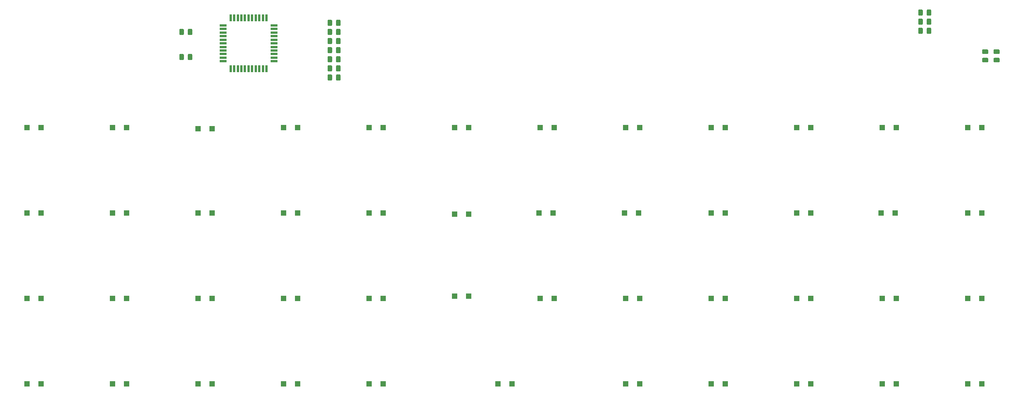
<source format=gbr>
G04 #@! TF.GenerationSoftware,KiCad,Pcbnew,(5.1.0)-1*
G04 #@! TF.CreationDate,2020-09-20T16:15:50-04:00*
G04 #@! TF.ProjectId,keyboard,6b657962-6f61-4726-942e-6b696361645f,rev?*
G04 #@! TF.SameCoordinates,Original*
G04 #@! TF.FileFunction,Paste,Bot*
G04 #@! TF.FilePolarity,Positive*
%FSLAX46Y46*%
G04 Gerber Fmt 4.6, Leading zero omitted, Abs format (unit mm)*
G04 Created by KiCad (PCBNEW (5.1.0)-1) date 2020-09-20 16:15:50*
%MOMM*%
%LPD*%
G04 APERTURE LIST*
%ADD10R,0.550000X1.500000*%
%ADD11R,1.500000X0.550000*%
%ADD12C,0.020000*%
%ADD13C,0.975000*%
%ADD14R,1.200000X1.200000*%
G04 APERTURE END LIST*
D10*
X81470000Y-48880000D03*
X80670000Y-48880000D03*
X79870000Y-48880000D03*
X79070000Y-48880000D03*
X78270000Y-48880000D03*
X77470000Y-48880000D03*
X76670000Y-48880000D03*
X75870000Y-48880000D03*
X75070000Y-48880000D03*
X74270000Y-48880000D03*
X73470000Y-48880000D03*
D11*
X71770000Y-47180000D03*
X71770000Y-46380000D03*
X71770000Y-45580000D03*
X71770000Y-44780000D03*
X71770000Y-43980000D03*
X71770000Y-43180000D03*
X71770000Y-42380000D03*
X71770000Y-41580000D03*
X71770000Y-40780000D03*
X71770000Y-39980000D03*
X71770000Y-39180000D03*
D10*
X73470000Y-37480000D03*
X74270000Y-37480000D03*
X75070000Y-37480000D03*
X75870000Y-37480000D03*
X76670000Y-37480000D03*
X77470000Y-37480000D03*
X78270000Y-37480000D03*
X79070000Y-37480000D03*
X79870000Y-37480000D03*
X80670000Y-37480000D03*
X81470000Y-37480000D03*
D11*
X83170000Y-39180000D03*
X83170000Y-39980000D03*
X83170000Y-40780000D03*
X83170000Y-41580000D03*
X83170000Y-42380000D03*
X83170000Y-43180000D03*
X83170000Y-43980000D03*
X83170000Y-44780000D03*
X83170000Y-45580000D03*
X83170000Y-46380000D03*
X83170000Y-47180000D03*
D12*
G36*
X97725142Y-39941174D02*
G01*
X97748803Y-39944684D01*
X97772007Y-39950496D01*
X97794529Y-39958554D01*
X97816153Y-39968782D01*
X97836670Y-39981079D01*
X97855883Y-39995329D01*
X97873607Y-40011393D01*
X97889671Y-40029117D01*
X97903921Y-40048330D01*
X97916218Y-40068847D01*
X97926446Y-40090471D01*
X97934504Y-40112993D01*
X97940316Y-40136197D01*
X97943826Y-40159858D01*
X97945000Y-40183750D01*
X97945000Y-41096250D01*
X97943826Y-41120142D01*
X97940316Y-41143803D01*
X97934504Y-41167007D01*
X97926446Y-41189529D01*
X97916218Y-41211153D01*
X97903921Y-41231670D01*
X97889671Y-41250883D01*
X97873607Y-41268607D01*
X97855883Y-41284671D01*
X97836670Y-41298921D01*
X97816153Y-41311218D01*
X97794529Y-41321446D01*
X97772007Y-41329504D01*
X97748803Y-41335316D01*
X97725142Y-41338826D01*
X97701250Y-41340000D01*
X97213750Y-41340000D01*
X97189858Y-41338826D01*
X97166197Y-41335316D01*
X97142993Y-41329504D01*
X97120471Y-41321446D01*
X97098847Y-41311218D01*
X97078330Y-41298921D01*
X97059117Y-41284671D01*
X97041393Y-41268607D01*
X97025329Y-41250883D01*
X97011079Y-41231670D01*
X96998782Y-41211153D01*
X96988554Y-41189529D01*
X96980496Y-41167007D01*
X96974684Y-41143803D01*
X96971174Y-41120142D01*
X96970000Y-41096250D01*
X96970000Y-40183750D01*
X96971174Y-40159858D01*
X96974684Y-40136197D01*
X96980496Y-40112993D01*
X96988554Y-40090471D01*
X96998782Y-40068847D01*
X97011079Y-40048330D01*
X97025329Y-40029117D01*
X97041393Y-40011393D01*
X97059117Y-39995329D01*
X97078330Y-39981079D01*
X97098847Y-39968782D01*
X97120471Y-39958554D01*
X97142993Y-39950496D01*
X97166197Y-39944684D01*
X97189858Y-39941174D01*
X97213750Y-39940000D01*
X97701250Y-39940000D01*
X97725142Y-39941174D01*
X97725142Y-39941174D01*
G37*
D13*
X97457500Y-40640000D03*
D12*
G36*
X95850142Y-39941174D02*
G01*
X95873803Y-39944684D01*
X95897007Y-39950496D01*
X95919529Y-39958554D01*
X95941153Y-39968782D01*
X95961670Y-39981079D01*
X95980883Y-39995329D01*
X95998607Y-40011393D01*
X96014671Y-40029117D01*
X96028921Y-40048330D01*
X96041218Y-40068847D01*
X96051446Y-40090471D01*
X96059504Y-40112993D01*
X96065316Y-40136197D01*
X96068826Y-40159858D01*
X96070000Y-40183750D01*
X96070000Y-41096250D01*
X96068826Y-41120142D01*
X96065316Y-41143803D01*
X96059504Y-41167007D01*
X96051446Y-41189529D01*
X96041218Y-41211153D01*
X96028921Y-41231670D01*
X96014671Y-41250883D01*
X95998607Y-41268607D01*
X95980883Y-41284671D01*
X95961670Y-41298921D01*
X95941153Y-41311218D01*
X95919529Y-41321446D01*
X95897007Y-41329504D01*
X95873803Y-41335316D01*
X95850142Y-41338826D01*
X95826250Y-41340000D01*
X95338750Y-41340000D01*
X95314858Y-41338826D01*
X95291197Y-41335316D01*
X95267993Y-41329504D01*
X95245471Y-41321446D01*
X95223847Y-41311218D01*
X95203330Y-41298921D01*
X95184117Y-41284671D01*
X95166393Y-41268607D01*
X95150329Y-41250883D01*
X95136079Y-41231670D01*
X95123782Y-41211153D01*
X95113554Y-41189529D01*
X95105496Y-41167007D01*
X95099684Y-41143803D01*
X95096174Y-41120142D01*
X95095000Y-41096250D01*
X95095000Y-40183750D01*
X95096174Y-40159858D01*
X95099684Y-40136197D01*
X95105496Y-40112993D01*
X95113554Y-40090471D01*
X95123782Y-40068847D01*
X95136079Y-40048330D01*
X95150329Y-40029117D01*
X95166393Y-40011393D01*
X95184117Y-39995329D01*
X95203330Y-39981079D01*
X95223847Y-39968782D01*
X95245471Y-39958554D01*
X95267993Y-39950496D01*
X95291197Y-39944684D01*
X95314858Y-39941174D01*
X95338750Y-39940000D01*
X95826250Y-39940000D01*
X95850142Y-39941174D01*
X95850142Y-39941174D01*
G37*
D13*
X95582500Y-40640000D03*
D12*
G36*
X62830142Y-39941174D02*
G01*
X62853803Y-39944684D01*
X62877007Y-39950496D01*
X62899529Y-39958554D01*
X62921153Y-39968782D01*
X62941670Y-39981079D01*
X62960883Y-39995329D01*
X62978607Y-40011393D01*
X62994671Y-40029117D01*
X63008921Y-40048330D01*
X63021218Y-40068847D01*
X63031446Y-40090471D01*
X63039504Y-40112993D01*
X63045316Y-40136197D01*
X63048826Y-40159858D01*
X63050000Y-40183750D01*
X63050000Y-41096250D01*
X63048826Y-41120142D01*
X63045316Y-41143803D01*
X63039504Y-41167007D01*
X63031446Y-41189529D01*
X63021218Y-41211153D01*
X63008921Y-41231670D01*
X62994671Y-41250883D01*
X62978607Y-41268607D01*
X62960883Y-41284671D01*
X62941670Y-41298921D01*
X62921153Y-41311218D01*
X62899529Y-41321446D01*
X62877007Y-41329504D01*
X62853803Y-41335316D01*
X62830142Y-41338826D01*
X62806250Y-41340000D01*
X62318750Y-41340000D01*
X62294858Y-41338826D01*
X62271197Y-41335316D01*
X62247993Y-41329504D01*
X62225471Y-41321446D01*
X62203847Y-41311218D01*
X62183330Y-41298921D01*
X62164117Y-41284671D01*
X62146393Y-41268607D01*
X62130329Y-41250883D01*
X62116079Y-41231670D01*
X62103782Y-41211153D01*
X62093554Y-41189529D01*
X62085496Y-41167007D01*
X62079684Y-41143803D01*
X62076174Y-41120142D01*
X62075000Y-41096250D01*
X62075000Y-40183750D01*
X62076174Y-40159858D01*
X62079684Y-40136197D01*
X62085496Y-40112993D01*
X62093554Y-40090471D01*
X62103782Y-40068847D01*
X62116079Y-40048330D01*
X62130329Y-40029117D01*
X62146393Y-40011393D01*
X62164117Y-39995329D01*
X62183330Y-39981079D01*
X62203847Y-39968782D01*
X62225471Y-39958554D01*
X62247993Y-39950496D01*
X62271197Y-39944684D01*
X62294858Y-39941174D01*
X62318750Y-39940000D01*
X62806250Y-39940000D01*
X62830142Y-39941174D01*
X62830142Y-39941174D01*
G37*
D13*
X62562500Y-40640000D03*
D12*
G36*
X64705142Y-39941174D02*
G01*
X64728803Y-39944684D01*
X64752007Y-39950496D01*
X64774529Y-39958554D01*
X64796153Y-39968782D01*
X64816670Y-39981079D01*
X64835883Y-39995329D01*
X64853607Y-40011393D01*
X64869671Y-40029117D01*
X64883921Y-40048330D01*
X64896218Y-40068847D01*
X64906446Y-40090471D01*
X64914504Y-40112993D01*
X64920316Y-40136197D01*
X64923826Y-40159858D01*
X64925000Y-40183750D01*
X64925000Y-41096250D01*
X64923826Y-41120142D01*
X64920316Y-41143803D01*
X64914504Y-41167007D01*
X64906446Y-41189529D01*
X64896218Y-41211153D01*
X64883921Y-41231670D01*
X64869671Y-41250883D01*
X64853607Y-41268607D01*
X64835883Y-41284671D01*
X64816670Y-41298921D01*
X64796153Y-41311218D01*
X64774529Y-41321446D01*
X64752007Y-41329504D01*
X64728803Y-41335316D01*
X64705142Y-41338826D01*
X64681250Y-41340000D01*
X64193750Y-41340000D01*
X64169858Y-41338826D01*
X64146197Y-41335316D01*
X64122993Y-41329504D01*
X64100471Y-41321446D01*
X64078847Y-41311218D01*
X64058330Y-41298921D01*
X64039117Y-41284671D01*
X64021393Y-41268607D01*
X64005329Y-41250883D01*
X63991079Y-41231670D01*
X63978782Y-41211153D01*
X63968554Y-41189529D01*
X63960496Y-41167007D01*
X63954684Y-41143803D01*
X63951174Y-41120142D01*
X63950000Y-41096250D01*
X63950000Y-40183750D01*
X63951174Y-40159858D01*
X63954684Y-40136197D01*
X63960496Y-40112993D01*
X63968554Y-40090471D01*
X63978782Y-40068847D01*
X63991079Y-40048330D01*
X64005329Y-40029117D01*
X64021393Y-40011393D01*
X64039117Y-39995329D01*
X64058330Y-39981079D01*
X64078847Y-39968782D01*
X64100471Y-39958554D01*
X64122993Y-39950496D01*
X64146197Y-39944684D01*
X64169858Y-39941174D01*
X64193750Y-39940000D01*
X64681250Y-39940000D01*
X64705142Y-39941174D01*
X64705142Y-39941174D01*
G37*
D13*
X64437500Y-40640000D03*
D12*
G36*
X64705142Y-45529174D02*
G01*
X64728803Y-45532684D01*
X64752007Y-45538496D01*
X64774529Y-45546554D01*
X64796153Y-45556782D01*
X64816670Y-45569079D01*
X64835883Y-45583329D01*
X64853607Y-45599393D01*
X64869671Y-45617117D01*
X64883921Y-45636330D01*
X64896218Y-45656847D01*
X64906446Y-45678471D01*
X64914504Y-45700993D01*
X64920316Y-45724197D01*
X64923826Y-45747858D01*
X64925000Y-45771750D01*
X64925000Y-46684250D01*
X64923826Y-46708142D01*
X64920316Y-46731803D01*
X64914504Y-46755007D01*
X64906446Y-46777529D01*
X64896218Y-46799153D01*
X64883921Y-46819670D01*
X64869671Y-46838883D01*
X64853607Y-46856607D01*
X64835883Y-46872671D01*
X64816670Y-46886921D01*
X64796153Y-46899218D01*
X64774529Y-46909446D01*
X64752007Y-46917504D01*
X64728803Y-46923316D01*
X64705142Y-46926826D01*
X64681250Y-46928000D01*
X64193750Y-46928000D01*
X64169858Y-46926826D01*
X64146197Y-46923316D01*
X64122993Y-46917504D01*
X64100471Y-46909446D01*
X64078847Y-46899218D01*
X64058330Y-46886921D01*
X64039117Y-46872671D01*
X64021393Y-46856607D01*
X64005329Y-46838883D01*
X63991079Y-46819670D01*
X63978782Y-46799153D01*
X63968554Y-46777529D01*
X63960496Y-46755007D01*
X63954684Y-46731803D01*
X63951174Y-46708142D01*
X63950000Y-46684250D01*
X63950000Y-45771750D01*
X63951174Y-45747858D01*
X63954684Y-45724197D01*
X63960496Y-45700993D01*
X63968554Y-45678471D01*
X63978782Y-45656847D01*
X63991079Y-45636330D01*
X64005329Y-45617117D01*
X64021393Y-45599393D01*
X64039117Y-45583329D01*
X64058330Y-45569079D01*
X64078847Y-45556782D01*
X64100471Y-45546554D01*
X64122993Y-45538496D01*
X64146197Y-45532684D01*
X64169858Y-45529174D01*
X64193750Y-45528000D01*
X64681250Y-45528000D01*
X64705142Y-45529174D01*
X64705142Y-45529174D01*
G37*
D13*
X64437500Y-46228000D03*
D12*
G36*
X62830142Y-45529174D02*
G01*
X62853803Y-45532684D01*
X62877007Y-45538496D01*
X62899529Y-45546554D01*
X62921153Y-45556782D01*
X62941670Y-45569079D01*
X62960883Y-45583329D01*
X62978607Y-45599393D01*
X62994671Y-45617117D01*
X63008921Y-45636330D01*
X63021218Y-45656847D01*
X63031446Y-45678471D01*
X63039504Y-45700993D01*
X63045316Y-45724197D01*
X63048826Y-45747858D01*
X63050000Y-45771750D01*
X63050000Y-46684250D01*
X63048826Y-46708142D01*
X63045316Y-46731803D01*
X63039504Y-46755007D01*
X63031446Y-46777529D01*
X63021218Y-46799153D01*
X63008921Y-46819670D01*
X62994671Y-46838883D01*
X62978607Y-46856607D01*
X62960883Y-46872671D01*
X62941670Y-46886921D01*
X62921153Y-46899218D01*
X62899529Y-46909446D01*
X62877007Y-46917504D01*
X62853803Y-46923316D01*
X62830142Y-46926826D01*
X62806250Y-46928000D01*
X62318750Y-46928000D01*
X62294858Y-46926826D01*
X62271197Y-46923316D01*
X62247993Y-46917504D01*
X62225471Y-46909446D01*
X62203847Y-46899218D01*
X62183330Y-46886921D01*
X62164117Y-46872671D01*
X62146393Y-46856607D01*
X62130329Y-46838883D01*
X62116079Y-46819670D01*
X62103782Y-46799153D01*
X62093554Y-46777529D01*
X62085496Y-46755007D01*
X62079684Y-46731803D01*
X62076174Y-46708142D01*
X62075000Y-46684250D01*
X62075000Y-45771750D01*
X62076174Y-45747858D01*
X62079684Y-45724197D01*
X62085496Y-45700993D01*
X62093554Y-45678471D01*
X62103782Y-45656847D01*
X62116079Y-45636330D01*
X62130329Y-45617117D01*
X62146393Y-45599393D01*
X62164117Y-45583329D01*
X62183330Y-45569079D01*
X62203847Y-45556782D01*
X62225471Y-45546554D01*
X62247993Y-45538496D01*
X62271197Y-45532684D01*
X62294858Y-45529174D01*
X62318750Y-45528000D01*
X62806250Y-45528000D01*
X62830142Y-45529174D01*
X62830142Y-45529174D01*
G37*
D13*
X62562500Y-46228000D03*
D12*
G36*
X95850142Y-41973174D02*
G01*
X95873803Y-41976684D01*
X95897007Y-41982496D01*
X95919529Y-41990554D01*
X95941153Y-42000782D01*
X95961670Y-42013079D01*
X95980883Y-42027329D01*
X95998607Y-42043393D01*
X96014671Y-42061117D01*
X96028921Y-42080330D01*
X96041218Y-42100847D01*
X96051446Y-42122471D01*
X96059504Y-42144993D01*
X96065316Y-42168197D01*
X96068826Y-42191858D01*
X96070000Y-42215750D01*
X96070000Y-43128250D01*
X96068826Y-43152142D01*
X96065316Y-43175803D01*
X96059504Y-43199007D01*
X96051446Y-43221529D01*
X96041218Y-43243153D01*
X96028921Y-43263670D01*
X96014671Y-43282883D01*
X95998607Y-43300607D01*
X95980883Y-43316671D01*
X95961670Y-43330921D01*
X95941153Y-43343218D01*
X95919529Y-43353446D01*
X95897007Y-43361504D01*
X95873803Y-43367316D01*
X95850142Y-43370826D01*
X95826250Y-43372000D01*
X95338750Y-43372000D01*
X95314858Y-43370826D01*
X95291197Y-43367316D01*
X95267993Y-43361504D01*
X95245471Y-43353446D01*
X95223847Y-43343218D01*
X95203330Y-43330921D01*
X95184117Y-43316671D01*
X95166393Y-43300607D01*
X95150329Y-43282883D01*
X95136079Y-43263670D01*
X95123782Y-43243153D01*
X95113554Y-43221529D01*
X95105496Y-43199007D01*
X95099684Y-43175803D01*
X95096174Y-43152142D01*
X95095000Y-43128250D01*
X95095000Y-42215750D01*
X95096174Y-42191858D01*
X95099684Y-42168197D01*
X95105496Y-42144993D01*
X95113554Y-42122471D01*
X95123782Y-42100847D01*
X95136079Y-42080330D01*
X95150329Y-42061117D01*
X95166393Y-42043393D01*
X95184117Y-42027329D01*
X95203330Y-42013079D01*
X95223847Y-42000782D01*
X95245471Y-41990554D01*
X95267993Y-41982496D01*
X95291197Y-41976684D01*
X95314858Y-41973174D01*
X95338750Y-41972000D01*
X95826250Y-41972000D01*
X95850142Y-41973174D01*
X95850142Y-41973174D01*
G37*
D13*
X95582500Y-42672000D03*
D12*
G36*
X97725142Y-41973174D02*
G01*
X97748803Y-41976684D01*
X97772007Y-41982496D01*
X97794529Y-41990554D01*
X97816153Y-42000782D01*
X97836670Y-42013079D01*
X97855883Y-42027329D01*
X97873607Y-42043393D01*
X97889671Y-42061117D01*
X97903921Y-42080330D01*
X97916218Y-42100847D01*
X97926446Y-42122471D01*
X97934504Y-42144993D01*
X97940316Y-42168197D01*
X97943826Y-42191858D01*
X97945000Y-42215750D01*
X97945000Y-43128250D01*
X97943826Y-43152142D01*
X97940316Y-43175803D01*
X97934504Y-43199007D01*
X97926446Y-43221529D01*
X97916218Y-43243153D01*
X97903921Y-43263670D01*
X97889671Y-43282883D01*
X97873607Y-43300607D01*
X97855883Y-43316671D01*
X97836670Y-43330921D01*
X97816153Y-43343218D01*
X97794529Y-43353446D01*
X97772007Y-43361504D01*
X97748803Y-43367316D01*
X97725142Y-43370826D01*
X97701250Y-43372000D01*
X97213750Y-43372000D01*
X97189858Y-43370826D01*
X97166197Y-43367316D01*
X97142993Y-43361504D01*
X97120471Y-43353446D01*
X97098847Y-43343218D01*
X97078330Y-43330921D01*
X97059117Y-43316671D01*
X97041393Y-43300607D01*
X97025329Y-43282883D01*
X97011079Y-43263670D01*
X96998782Y-43243153D01*
X96988554Y-43221529D01*
X96980496Y-43199007D01*
X96974684Y-43175803D01*
X96971174Y-43152142D01*
X96970000Y-43128250D01*
X96970000Y-42215750D01*
X96971174Y-42191858D01*
X96974684Y-42168197D01*
X96980496Y-42144993D01*
X96988554Y-42122471D01*
X96998782Y-42100847D01*
X97011079Y-42080330D01*
X97025329Y-42061117D01*
X97041393Y-42043393D01*
X97059117Y-42027329D01*
X97078330Y-42013079D01*
X97098847Y-42000782D01*
X97120471Y-41990554D01*
X97142993Y-41982496D01*
X97166197Y-41976684D01*
X97189858Y-41973174D01*
X97213750Y-41972000D01*
X97701250Y-41972000D01*
X97725142Y-41973174D01*
X97725142Y-41973174D01*
G37*
D13*
X97457500Y-42672000D03*
D12*
G36*
X97725142Y-44005174D02*
G01*
X97748803Y-44008684D01*
X97772007Y-44014496D01*
X97794529Y-44022554D01*
X97816153Y-44032782D01*
X97836670Y-44045079D01*
X97855883Y-44059329D01*
X97873607Y-44075393D01*
X97889671Y-44093117D01*
X97903921Y-44112330D01*
X97916218Y-44132847D01*
X97926446Y-44154471D01*
X97934504Y-44176993D01*
X97940316Y-44200197D01*
X97943826Y-44223858D01*
X97945000Y-44247750D01*
X97945000Y-45160250D01*
X97943826Y-45184142D01*
X97940316Y-45207803D01*
X97934504Y-45231007D01*
X97926446Y-45253529D01*
X97916218Y-45275153D01*
X97903921Y-45295670D01*
X97889671Y-45314883D01*
X97873607Y-45332607D01*
X97855883Y-45348671D01*
X97836670Y-45362921D01*
X97816153Y-45375218D01*
X97794529Y-45385446D01*
X97772007Y-45393504D01*
X97748803Y-45399316D01*
X97725142Y-45402826D01*
X97701250Y-45404000D01*
X97213750Y-45404000D01*
X97189858Y-45402826D01*
X97166197Y-45399316D01*
X97142993Y-45393504D01*
X97120471Y-45385446D01*
X97098847Y-45375218D01*
X97078330Y-45362921D01*
X97059117Y-45348671D01*
X97041393Y-45332607D01*
X97025329Y-45314883D01*
X97011079Y-45295670D01*
X96998782Y-45275153D01*
X96988554Y-45253529D01*
X96980496Y-45231007D01*
X96974684Y-45207803D01*
X96971174Y-45184142D01*
X96970000Y-45160250D01*
X96970000Y-44247750D01*
X96971174Y-44223858D01*
X96974684Y-44200197D01*
X96980496Y-44176993D01*
X96988554Y-44154471D01*
X96998782Y-44132847D01*
X97011079Y-44112330D01*
X97025329Y-44093117D01*
X97041393Y-44075393D01*
X97059117Y-44059329D01*
X97078330Y-44045079D01*
X97098847Y-44032782D01*
X97120471Y-44022554D01*
X97142993Y-44014496D01*
X97166197Y-44008684D01*
X97189858Y-44005174D01*
X97213750Y-44004000D01*
X97701250Y-44004000D01*
X97725142Y-44005174D01*
X97725142Y-44005174D01*
G37*
D13*
X97457500Y-44704000D03*
D12*
G36*
X95850142Y-44005174D02*
G01*
X95873803Y-44008684D01*
X95897007Y-44014496D01*
X95919529Y-44022554D01*
X95941153Y-44032782D01*
X95961670Y-44045079D01*
X95980883Y-44059329D01*
X95998607Y-44075393D01*
X96014671Y-44093117D01*
X96028921Y-44112330D01*
X96041218Y-44132847D01*
X96051446Y-44154471D01*
X96059504Y-44176993D01*
X96065316Y-44200197D01*
X96068826Y-44223858D01*
X96070000Y-44247750D01*
X96070000Y-45160250D01*
X96068826Y-45184142D01*
X96065316Y-45207803D01*
X96059504Y-45231007D01*
X96051446Y-45253529D01*
X96041218Y-45275153D01*
X96028921Y-45295670D01*
X96014671Y-45314883D01*
X95998607Y-45332607D01*
X95980883Y-45348671D01*
X95961670Y-45362921D01*
X95941153Y-45375218D01*
X95919529Y-45385446D01*
X95897007Y-45393504D01*
X95873803Y-45399316D01*
X95850142Y-45402826D01*
X95826250Y-45404000D01*
X95338750Y-45404000D01*
X95314858Y-45402826D01*
X95291197Y-45399316D01*
X95267993Y-45393504D01*
X95245471Y-45385446D01*
X95223847Y-45375218D01*
X95203330Y-45362921D01*
X95184117Y-45348671D01*
X95166393Y-45332607D01*
X95150329Y-45314883D01*
X95136079Y-45295670D01*
X95123782Y-45275153D01*
X95113554Y-45253529D01*
X95105496Y-45231007D01*
X95099684Y-45207803D01*
X95096174Y-45184142D01*
X95095000Y-45160250D01*
X95095000Y-44247750D01*
X95096174Y-44223858D01*
X95099684Y-44200197D01*
X95105496Y-44176993D01*
X95113554Y-44154471D01*
X95123782Y-44132847D01*
X95136079Y-44112330D01*
X95150329Y-44093117D01*
X95166393Y-44075393D01*
X95184117Y-44059329D01*
X95203330Y-44045079D01*
X95223847Y-44032782D01*
X95245471Y-44022554D01*
X95267993Y-44014496D01*
X95291197Y-44008684D01*
X95314858Y-44005174D01*
X95338750Y-44004000D01*
X95826250Y-44004000D01*
X95850142Y-44005174D01*
X95850142Y-44005174D01*
G37*
D13*
X95582500Y-44704000D03*
D12*
G36*
X95850142Y-46037174D02*
G01*
X95873803Y-46040684D01*
X95897007Y-46046496D01*
X95919529Y-46054554D01*
X95941153Y-46064782D01*
X95961670Y-46077079D01*
X95980883Y-46091329D01*
X95998607Y-46107393D01*
X96014671Y-46125117D01*
X96028921Y-46144330D01*
X96041218Y-46164847D01*
X96051446Y-46186471D01*
X96059504Y-46208993D01*
X96065316Y-46232197D01*
X96068826Y-46255858D01*
X96070000Y-46279750D01*
X96070000Y-47192250D01*
X96068826Y-47216142D01*
X96065316Y-47239803D01*
X96059504Y-47263007D01*
X96051446Y-47285529D01*
X96041218Y-47307153D01*
X96028921Y-47327670D01*
X96014671Y-47346883D01*
X95998607Y-47364607D01*
X95980883Y-47380671D01*
X95961670Y-47394921D01*
X95941153Y-47407218D01*
X95919529Y-47417446D01*
X95897007Y-47425504D01*
X95873803Y-47431316D01*
X95850142Y-47434826D01*
X95826250Y-47436000D01*
X95338750Y-47436000D01*
X95314858Y-47434826D01*
X95291197Y-47431316D01*
X95267993Y-47425504D01*
X95245471Y-47417446D01*
X95223847Y-47407218D01*
X95203330Y-47394921D01*
X95184117Y-47380671D01*
X95166393Y-47364607D01*
X95150329Y-47346883D01*
X95136079Y-47327670D01*
X95123782Y-47307153D01*
X95113554Y-47285529D01*
X95105496Y-47263007D01*
X95099684Y-47239803D01*
X95096174Y-47216142D01*
X95095000Y-47192250D01*
X95095000Y-46279750D01*
X95096174Y-46255858D01*
X95099684Y-46232197D01*
X95105496Y-46208993D01*
X95113554Y-46186471D01*
X95123782Y-46164847D01*
X95136079Y-46144330D01*
X95150329Y-46125117D01*
X95166393Y-46107393D01*
X95184117Y-46091329D01*
X95203330Y-46077079D01*
X95223847Y-46064782D01*
X95245471Y-46054554D01*
X95267993Y-46046496D01*
X95291197Y-46040684D01*
X95314858Y-46037174D01*
X95338750Y-46036000D01*
X95826250Y-46036000D01*
X95850142Y-46037174D01*
X95850142Y-46037174D01*
G37*
D13*
X95582500Y-46736000D03*
D12*
G36*
X97725142Y-46037174D02*
G01*
X97748803Y-46040684D01*
X97772007Y-46046496D01*
X97794529Y-46054554D01*
X97816153Y-46064782D01*
X97836670Y-46077079D01*
X97855883Y-46091329D01*
X97873607Y-46107393D01*
X97889671Y-46125117D01*
X97903921Y-46144330D01*
X97916218Y-46164847D01*
X97926446Y-46186471D01*
X97934504Y-46208993D01*
X97940316Y-46232197D01*
X97943826Y-46255858D01*
X97945000Y-46279750D01*
X97945000Y-47192250D01*
X97943826Y-47216142D01*
X97940316Y-47239803D01*
X97934504Y-47263007D01*
X97926446Y-47285529D01*
X97916218Y-47307153D01*
X97903921Y-47327670D01*
X97889671Y-47346883D01*
X97873607Y-47364607D01*
X97855883Y-47380671D01*
X97836670Y-47394921D01*
X97816153Y-47407218D01*
X97794529Y-47417446D01*
X97772007Y-47425504D01*
X97748803Y-47431316D01*
X97725142Y-47434826D01*
X97701250Y-47436000D01*
X97213750Y-47436000D01*
X97189858Y-47434826D01*
X97166197Y-47431316D01*
X97142993Y-47425504D01*
X97120471Y-47417446D01*
X97098847Y-47407218D01*
X97078330Y-47394921D01*
X97059117Y-47380671D01*
X97041393Y-47364607D01*
X97025329Y-47346883D01*
X97011079Y-47327670D01*
X96998782Y-47307153D01*
X96988554Y-47285529D01*
X96980496Y-47263007D01*
X96974684Y-47239803D01*
X96971174Y-47216142D01*
X96970000Y-47192250D01*
X96970000Y-46279750D01*
X96971174Y-46255858D01*
X96974684Y-46232197D01*
X96980496Y-46208993D01*
X96988554Y-46186471D01*
X96998782Y-46164847D01*
X97011079Y-46144330D01*
X97025329Y-46125117D01*
X97041393Y-46107393D01*
X97059117Y-46091329D01*
X97078330Y-46077079D01*
X97098847Y-46064782D01*
X97120471Y-46054554D01*
X97142993Y-46046496D01*
X97166197Y-46040684D01*
X97189858Y-46037174D01*
X97213750Y-46036000D01*
X97701250Y-46036000D01*
X97725142Y-46037174D01*
X97725142Y-46037174D01*
G37*
D13*
X97457500Y-46736000D03*
D12*
G36*
X97725142Y-48069174D02*
G01*
X97748803Y-48072684D01*
X97772007Y-48078496D01*
X97794529Y-48086554D01*
X97816153Y-48096782D01*
X97836670Y-48109079D01*
X97855883Y-48123329D01*
X97873607Y-48139393D01*
X97889671Y-48157117D01*
X97903921Y-48176330D01*
X97916218Y-48196847D01*
X97926446Y-48218471D01*
X97934504Y-48240993D01*
X97940316Y-48264197D01*
X97943826Y-48287858D01*
X97945000Y-48311750D01*
X97945000Y-49224250D01*
X97943826Y-49248142D01*
X97940316Y-49271803D01*
X97934504Y-49295007D01*
X97926446Y-49317529D01*
X97916218Y-49339153D01*
X97903921Y-49359670D01*
X97889671Y-49378883D01*
X97873607Y-49396607D01*
X97855883Y-49412671D01*
X97836670Y-49426921D01*
X97816153Y-49439218D01*
X97794529Y-49449446D01*
X97772007Y-49457504D01*
X97748803Y-49463316D01*
X97725142Y-49466826D01*
X97701250Y-49468000D01*
X97213750Y-49468000D01*
X97189858Y-49466826D01*
X97166197Y-49463316D01*
X97142993Y-49457504D01*
X97120471Y-49449446D01*
X97098847Y-49439218D01*
X97078330Y-49426921D01*
X97059117Y-49412671D01*
X97041393Y-49396607D01*
X97025329Y-49378883D01*
X97011079Y-49359670D01*
X96998782Y-49339153D01*
X96988554Y-49317529D01*
X96980496Y-49295007D01*
X96974684Y-49271803D01*
X96971174Y-49248142D01*
X96970000Y-49224250D01*
X96970000Y-48311750D01*
X96971174Y-48287858D01*
X96974684Y-48264197D01*
X96980496Y-48240993D01*
X96988554Y-48218471D01*
X96998782Y-48196847D01*
X97011079Y-48176330D01*
X97025329Y-48157117D01*
X97041393Y-48139393D01*
X97059117Y-48123329D01*
X97078330Y-48109079D01*
X97098847Y-48096782D01*
X97120471Y-48086554D01*
X97142993Y-48078496D01*
X97166197Y-48072684D01*
X97189858Y-48069174D01*
X97213750Y-48068000D01*
X97701250Y-48068000D01*
X97725142Y-48069174D01*
X97725142Y-48069174D01*
G37*
D13*
X97457500Y-48768000D03*
D12*
G36*
X95850142Y-48069174D02*
G01*
X95873803Y-48072684D01*
X95897007Y-48078496D01*
X95919529Y-48086554D01*
X95941153Y-48096782D01*
X95961670Y-48109079D01*
X95980883Y-48123329D01*
X95998607Y-48139393D01*
X96014671Y-48157117D01*
X96028921Y-48176330D01*
X96041218Y-48196847D01*
X96051446Y-48218471D01*
X96059504Y-48240993D01*
X96065316Y-48264197D01*
X96068826Y-48287858D01*
X96070000Y-48311750D01*
X96070000Y-49224250D01*
X96068826Y-49248142D01*
X96065316Y-49271803D01*
X96059504Y-49295007D01*
X96051446Y-49317529D01*
X96041218Y-49339153D01*
X96028921Y-49359670D01*
X96014671Y-49378883D01*
X95998607Y-49396607D01*
X95980883Y-49412671D01*
X95961670Y-49426921D01*
X95941153Y-49439218D01*
X95919529Y-49449446D01*
X95897007Y-49457504D01*
X95873803Y-49463316D01*
X95850142Y-49466826D01*
X95826250Y-49468000D01*
X95338750Y-49468000D01*
X95314858Y-49466826D01*
X95291197Y-49463316D01*
X95267993Y-49457504D01*
X95245471Y-49449446D01*
X95223847Y-49439218D01*
X95203330Y-49426921D01*
X95184117Y-49412671D01*
X95166393Y-49396607D01*
X95150329Y-49378883D01*
X95136079Y-49359670D01*
X95123782Y-49339153D01*
X95113554Y-49317529D01*
X95105496Y-49295007D01*
X95099684Y-49271803D01*
X95096174Y-49248142D01*
X95095000Y-49224250D01*
X95095000Y-48311750D01*
X95096174Y-48287858D01*
X95099684Y-48264197D01*
X95105496Y-48240993D01*
X95113554Y-48218471D01*
X95123782Y-48196847D01*
X95136079Y-48176330D01*
X95150329Y-48157117D01*
X95166393Y-48139393D01*
X95184117Y-48123329D01*
X95203330Y-48109079D01*
X95223847Y-48096782D01*
X95245471Y-48086554D01*
X95267993Y-48078496D01*
X95291197Y-48072684D01*
X95314858Y-48069174D01*
X95338750Y-48068000D01*
X95826250Y-48068000D01*
X95850142Y-48069174D01*
X95850142Y-48069174D01*
G37*
D13*
X95582500Y-48768000D03*
D12*
G36*
X97725142Y-50101174D02*
G01*
X97748803Y-50104684D01*
X97772007Y-50110496D01*
X97794529Y-50118554D01*
X97816153Y-50128782D01*
X97836670Y-50141079D01*
X97855883Y-50155329D01*
X97873607Y-50171393D01*
X97889671Y-50189117D01*
X97903921Y-50208330D01*
X97916218Y-50228847D01*
X97926446Y-50250471D01*
X97934504Y-50272993D01*
X97940316Y-50296197D01*
X97943826Y-50319858D01*
X97945000Y-50343750D01*
X97945000Y-51256250D01*
X97943826Y-51280142D01*
X97940316Y-51303803D01*
X97934504Y-51327007D01*
X97926446Y-51349529D01*
X97916218Y-51371153D01*
X97903921Y-51391670D01*
X97889671Y-51410883D01*
X97873607Y-51428607D01*
X97855883Y-51444671D01*
X97836670Y-51458921D01*
X97816153Y-51471218D01*
X97794529Y-51481446D01*
X97772007Y-51489504D01*
X97748803Y-51495316D01*
X97725142Y-51498826D01*
X97701250Y-51500000D01*
X97213750Y-51500000D01*
X97189858Y-51498826D01*
X97166197Y-51495316D01*
X97142993Y-51489504D01*
X97120471Y-51481446D01*
X97098847Y-51471218D01*
X97078330Y-51458921D01*
X97059117Y-51444671D01*
X97041393Y-51428607D01*
X97025329Y-51410883D01*
X97011079Y-51391670D01*
X96998782Y-51371153D01*
X96988554Y-51349529D01*
X96980496Y-51327007D01*
X96974684Y-51303803D01*
X96971174Y-51280142D01*
X96970000Y-51256250D01*
X96970000Y-50343750D01*
X96971174Y-50319858D01*
X96974684Y-50296197D01*
X96980496Y-50272993D01*
X96988554Y-50250471D01*
X96998782Y-50228847D01*
X97011079Y-50208330D01*
X97025329Y-50189117D01*
X97041393Y-50171393D01*
X97059117Y-50155329D01*
X97078330Y-50141079D01*
X97098847Y-50128782D01*
X97120471Y-50118554D01*
X97142993Y-50110496D01*
X97166197Y-50104684D01*
X97189858Y-50101174D01*
X97213750Y-50100000D01*
X97701250Y-50100000D01*
X97725142Y-50101174D01*
X97725142Y-50101174D01*
G37*
D13*
X97457500Y-50800000D03*
D12*
G36*
X95850142Y-50101174D02*
G01*
X95873803Y-50104684D01*
X95897007Y-50110496D01*
X95919529Y-50118554D01*
X95941153Y-50128782D01*
X95961670Y-50141079D01*
X95980883Y-50155329D01*
X95998607Y-50171393D01*
X96014671Y-50189117D01*
X96028921Y-50208330D01*
X96041218Y-50228847D01*
X96051446Y-50250471D01*
X96059504Y-50272993D01*
X96065316Y-50296197D01*
X96068826Y-50319858D01*
X96070000Y-50343750D01*
X96070000Y-51256250D01*
X96068826Y-51280142D01*
X96065316Y-51303803D01*
X96059504Y-51327007D01*
X96051446Y-51349529D01*
X96041218Y-51371153D01*
X96028921Y-51391670D01*
X96014671Y-51410883D01*
X95998607Y-51428607D01*
X95980883Y-51444671D01*
X95961670Y-51458921D01*
X95941153Y-51471218D01*
X95919529Y-51481446D01*
X95897007Y-51489504D01*
X95873803Y-51495316D01*
X95850142Y-51498826D01*
X95826250Y-51500000D01*
X95338750Y-51500000D01*
X95314858Y-51498826D01*
X95291197Y-51495316D01*
X95267993Y-51489504D01*
X95245471Y-51481446D01*
X95223847Y-51471218D01*
X95203330Y-51458921D01*
X95184117Y-51444671D01*
X95166393Y-51428607D01*
X95150329Y-51410883D01*
X95136079Y-51391670D01*
X95123782Y-51371153D01*
X95113554Y-51349529D01*
X95105496Y-51327007D01*
X95099684Y-51303803D01*
X95096174Y-51280142D01*
X95095000Y-51256250D01*
X95095000Y-50343750D01*
X95096174Y-50319858D01*
X95099684Y-50296197D01*
X95105496Y-50272993D01*
X95113554Y-50250471D01*
X95123782Y-50228847D01*
X95136079Y-50208330D01*
X95150329Y-50189117D01*
X95166393Y-50171393D01*
X95184117Y-50155329D01*
X95203330Y-50141079D01*
X95223847Y-50128782D01*
X95245471Y-50118554D01*
X95267993Y-50110496D01*
X95291197Y-50104684D01*
X95314858Y-50101174D01*
X95338750Y-50100000D01*
X95826250Y-50100000D01*
X95850142Y-50101174D01*
X95850142Y-50101174D01*
G37*
D13*
X95582500Y-50800000D03*
D14*
X31293000Y-61976000D03*
X28143000Y-61976000D03*
X47193000Y-61976000D03*
X50343000Y-61976000D03*
X69342000Y-62230000D03*
X66192000Y-62230000D03*
X85293000Y-61976000D03*
X88443000Y-61976000D03*
X104343000Y-61976000D03*
X107493000Y-61976000D03*
X126543000Y-61976000D03*
X123393000Y-61976000D03*
X145593000Y-61976000D03*
X142443000Y-61976000D03*
X164643000Y-61976000D03*
X161493000Y-61976000D03*
X183693000Y-61976000D03*
X180543000Y-61976000D03*
X199593000Y-61976000D03*
X202743000Y-61976000D03*
X221793000Y-61976000D03*
X218643000Y-61976000D03*
X237693000Y-61976000D03*
X240843000Y-61976000D03*
X28143000Y-81026000D03*
X31293000Y-81026000D03*
X50343000Y-81026000D03*
X47193000Y-81026000D03*
X69393000Y-81026000D03*
X66243000Y-81026000D03*
X88443000Y-81026000D03*
X85293000Y-81026000D03*
X107493000Y-81026000D03*
X104343000Y-81026000D03*
X123393000Y-81280000D03*
X126543000Y-81280000D03*
X145339000Y-81026000D03*
X142189000Y-81026000D03*
X161239000Y-81026000D03*
X164389000Y-81026000D03*
X180543000Y-81026000D03*
X183693000Y-81026000D03*
X202743000Y-81026000D03*
X199593000Y-81026000D03*
X218389000Y-81026000D03*
X221539000Y-81026000D03*
X237693000Y-81026000D03*
X240843000Y-81026000D03*
X28143000Y-100076000D03*
X31293000Y-100076000D03*
X50343000Y-100076000D03*
X47193000Y-100076000D03*
X69393000Y-100076000D03*
X66243000Y-100076000D03*
X88443000Y-100076000D03*
X85293000Y-100076000D03*
X104343000Y-100076000D03*
X107493000Y-100076000D03*
X126543000Y-99568000D03*
X123393000Y-99568000D03*
X145593000Y-100076000D03*
X142443000Y-100076000D03*
X161493000Y-100076000D03*
X164643000Y-100076000D03*
X180543000Y-100076000D03*
X183693000Y-100076000D03*
X199593000Y-100076000D03*
X202743000Y-100076000D03*
X221793000Y-100076000D03*
X218643000Y-100076000D03*
X237693000Y-100076000D03*
X240843000Y-100076000D03*
X28143000Y-119126000D03*
X31293000Y-119126000D03*
X50343000Y-119126000D03*
X47193000Y-119126000D03*
X66243000Y-119126000D03*
X69393000Y-119126000D03*
X88443000Y-119126000D03*
X85293000Y-119126000D03*
X104343000Y-119126000D03*
X107493000Y-119126000D03*
X133045000Y-119126000D03*
X136195000Y-119126000D03*
X161493000Y-119126000D03*
X164643000Y-119126000D03*
X183693000Y-119126000D03*
X180543000Y-119126000D03*
X202743000Y-119126000D03*
X199593000Y-119126000D03*
X218643000Y-119126000D03*
X221793000Y-119126000D03*
X240843000Y-119126000D03*
X237693000Y-119126000D03*
D12*
G36*
X229297142Y-39687174D02*
G01*
X229320803Y-39690684D01*
X229344007Y-39696496D01*
X229366529Y-39704554D01*
X229388153Y-39714782D01*
X229408670Y-39727079D01*
X229427883Y-39741329D01*
X229445607Y-39757393D01*
X229461671Y-39775117D01*
X229475921Y-39794330D01*
X229488218Y-39814847D01*
X229498446Y-39836471D01*
X229506504Y-39858993D01*
X229512316Y-39882197D01*
X229515826Y-39905858D01*
X229517000Y-39929750D01*
X229517000Y-40842250D01*
X229515826Y-40866142D01*
X229512316Y-40889803D01*
X229506504Y-40913007D01*
X229498446Y-40935529D01*
X229488218Y-40957153D01*
X229475921Y-40977670D01*
X229461671Y-40996883D01*
X229445607Y-41014607D01*
X229427883Y-41030671D01*
X229408670Y-41044921D01*
X229388153Y-41057218D01*
X229366529Y-41067446D01*
X229344007Y-41075504D01*
X229320803Y-41081316D01*
X229297142Y-41084826D01*
X229273250Y-41086000D01*
X228785750Y-41086000D01*
X228761858Y-41084826D01*
X228738197Y-41081316D01*
X228714993Y-41075504D01*
X228692471Y-41067446D01*
X228670847Y-41057218D01*
X228650330Y-41044921D01*
X228631117Y-41030671D01*
X228613393Y-41014607D01*
X228597329Y-40996883D01*
X228583079Y-40977670D01*
X228570782Y-40957153D01*
X228560554Y-40935529D01*
X228552496Y-40913007D01*
X228546684Y-40889803D01*
X228543174Y-40866142D01*
X228542000Y-40842250D01*
X228542000Y-39929750D01*
X228543174Y-39905858D01*
X228546684Y-39882197D01*
X228552496Y-39858993D01*
X228560554Y-39836471D01*
X228570782Y-39814847D01*
X228583079Y-39794330D01*
X228597329Y-39775117D01*
X228613393Y-39757393D01*
X228631117Y-39741329D01*
X228650330Y-39727079D01*
X228670847Y-39714782D01*
X228692471Y-39704554D01*
X228714993Y-39696496D01*
X228738197Y-39690684D01*
X228761858Y-39687174D01*
X228785750Y-39686000D01*
X229273250Y-39686000D01*
X229297142Y-39687174D01*
X229297142Y-39687174D01*
G37*
D13*
X229029500Y-40386000D03*
D12*
G36*
X227422142Y-39687174D02*
G01*
X227445803Y-39690684D01*
X227469007Y-39696496D01*
X227491529Y-39704554D01*
X227513153Y-39714782D01*
X227533670Y-39727079D01*
X227552883Y-39741329D01*
X227570607Y-39757393D01*
X227586671Y-39775117D01*
X227600921Y-39794330D01*
X227613218Y-39814847D01*
X227623446Y-39836471D01*
X227631504Y-39858993D01*
X227637316Y-39882197D01*
X227640826Y-39905858D01*
X227642000Y-39929750D01*
X227642000Y-40842250D01*
X227640826Y-40866142D01*
X227637316Y-40889803D01*
X227631504Y-40913007D01*
X227623446Y-40935529D01*
X227613218Y-40957153D01*
X227600921Y-40977670D01*
X227586671Y-40996883D01*
X227570607Y-41014607D01*
X227552883Y-41030671D01*
X227533670Y-41044921D01*
X227513153Y-41057218D01*
X227491529Y-41067446D01*
X227469007Y-41075504D01*
X227445803Y-41081316D01*
X227422142Y-41084826D01*
X227398250Y-41086000D01*
X226910750Y-41086000D01*
X226886858Y-41084826D01*
X226863197Y-41081316D01*
X226839993Y-41075504D01*
X226817471Y-41067446D01*
X226795847Y-41057218D01*
X226775330Y-41044921D01*
X226756117Y-41030671D01*
X226738393Y-41014607D01*
X226722329Y-40996883D01*
X226708079Y-40977670D01*
X226695782Y-40957153D01*
X226685554Y-40935529D01*
X226677496Y-40913007D01*
X226671684Y-40889803D01*
X226668174Y-40866142D01*
X226667000Y-40842250D01*
X226667000Y-39929750D01*
X226668174Y-39905858D01*
X226671684Y-39882197D01*
X226677496Y-39858993D01*
X226685554Y-39836471D01*
X226695782Y-39814847D01*
X226708079Y-39794330D01*
X226722329Y-39775117D01*
X226738393Y-39757393D01*
X226756117Y-39741329D01*
X226775330Y-39727079D01*
X226795847Y-39714782D01*
X226817471Y-39704554D01*
X226839993Y-39696496D01*
X226863197Y-39690684D01*
X226886858Y-39687174D01*
X226910750Y-39686000D01*
X227398250Y-39686000D01*
X227422142Y-39687174D01*
X227422142Y-39687174D01*
G37*
D13*
X227154500Y-40386000D03*
D12*
G36*
X97725142Y-37909174D02*
G01*
X97748803Y-37912684D01*
X97772007Y-37918496D01*
X97794529Y-37926554D01*
X97816153Y-37936782D01*
X97836670Y-37949079D01*
X97855883Y-37963329D01*
X97873607Y-37979393D01*
X97889671Y-37997117D01*
X97903921Y-38016330D01*
X97916218Y-38036847D01*
X97926446Y-38058471D01*
X97934504Y-38080993D01*
X97940316Y-38104197D01*
X97943826Y-38127858D01*
X97945000Y-38151750D01*
X97945000Y-39064250D01*
X97943826Y-39088142D01*
X97940316Y-39111803D01*
X97934504Y-39135007D01*
X97926446Y-39157529D01*
X97916218Y-39179153D01*
X97903921Y-39199670D01*
X97889671Y-39218883D01*
X97873607Y-39236607D01*
X97855883Y-39252671D01*
X97836670Y-39266921D01*
X97816153Y-39279218D01*
X97794529Y-39289446D01*
X97772007Y-39297504D01*
X97748803Y-39303316D01*
X97725142Y-39306826D01*
X97701250Y-39308000D01*
X97213750Y-39308000D01*
X97189858Y-39306826D01*
X97166197Y-39303316D01*
X97142993Y-39297504D01*
X97120471Y-39289446D01*
X97098847Y-39279218D01*
X97078330Y-39266921D01*
X97059117Y-39252671D01*
X97041393Y-39236607D01*
X97025329Y-39218883D01*
X97011079Y-39199670D01*
X96998782Y-39179153D01*
X96988554Y-39157529D01*
X96980496Y-39135007D01*
X96974684Y-39111803D01*
X96971174Y-39088142D01*
X96970000Y-39064250D01*
X96970000Y-38151750D01*
X96971174Y-38127858D01*
X96974684Y-38104197D01*
X96980496Y-38080993D01*
X96988554Y-38058471D01*
X96998782Y-38036847D01*
X97011079Y-38016330D01*
X97025329Y-37997117D01*
X97041393Y-37979393D01*
X97059117Y-37963329D01*
X97078330Y-37949079D01*
X97098847Y-37936782D01*
X97120471Y-37926554D01*
X97142993Y-37918496D01*
X97166197Y-37912684D01*
X97189858Y-37909174D01*
X97213750Y-37908000D01*
X97701250Y-37908000D01*
X97725142Y-37909174D01*
X97725142Y-37909174D01*
G37*
D13*
X97457500Y-38608000D03*
D12*
G36*
X95850142Y-37909174D02*
G01*
X95873803Y-37912684D01*
X95897007Y-37918496D01*
X95919529Y-37926554D01*
X95941153Y-37936782D01*
X95961670Y-37949079D01*
X95980883Y-37963329D01*
X95998607Y-37979393D01*
X96014671Y-37997117D01*
X96028921Y-38016330D01*
X96041218Y-38036847D01*
X96051446Y-38058471D01*
X96059504Y-38080993D01*
X96065316Y-38104197D01*
X96068826Y-38127858D01*
X96070000Y-38151750D01*
X96070000Y-39064250D01*
X96068826Y-39088142D01*
X96065316Y-39111803D01*
X96059504Y-39135007D01*
X96051446Y-39157529D01*
X96041218Y-39179153D01*
X96028921Y-39199670D01*
X96014671Y-39218883D01*
X95998607Y-39236607D01*
X95980883Y-39252671D01*
X95961670Y-39266921D01*
X95941153Y-39279218D01*
X95919529Y-39289446D01*
X95897007Y-39297504D01*
X95873803Y-39303316D01*
X95850142Y-39306826D01*
X95826250Y-39308000D01*
X95338750Y-39308000D01*
X95314858Y-39306826D01*
X95291197Y-39303316D01*
X95267993Y-39297504D01*
X95245471Y-39289446D01*
X95223847Y-39279218D01*
X95203330Y-39266921D01*
X95184117Y-39252671D01*
X95166393Y-39236607D01*
X95150329Y-39218883D01*
X95136079Y-39199670D01*
X95123782Y-39179153D01*
X95113554Y-39157529D01*
X95105496Y-39135007D01*
X95099684Y-39111803D01*
X95096174Y-39088142D01*
X95095000Y-39064250D01*
X95095000Y-38151750D01*
X95096174Y-38127858D01*
X95099684Y-38104197D01*
X95105496Y-38080993D01*
X95113554Y-38058471D01*
X95123782Y-38036847D01*
X95136079Y-38016330D01*
X95150329Y-37997117D01*
X95166393Y-37979393D01*
X95184117Y-37963329D01*
X95203330Y-37949079D01*
X95223847Y-37936782D01*
X95245471Y-37926554D01*
X95267993Y-37918496D01*
X95291197Y-37912684D01*
X95314858Y-37909174D01*
X95338750Y-37908000D01*
X95826250Y-37908000D01*
X95850142Y-37909174D01*
X95850142Y-37909174D01*
G37*
D13*
X95582500Y-38608000D03*
D12*
G36*
X229297142Y-37655174D02*
G01*
X229320803Y-37658684D01*
X229344007Y-37664496D01*
X229366529Y-37672554D01*
X229388153Y-37682782D01*
X229408670Y-37695079D01*
X229427883Y-37709329D01*
X229445607Y-37725393D01*
X229461671Y-37743117D01*
X229475921Y-37762330D01*
X229488218Y-37782847D01*
X229498446Y-37804471D01*
X229506504Y-37826993D01*
X229512316Y-37850197D01*
X229515826Y-37873858D01*
X229517000Y-37897750D01*
X229517000Y-38810250D01*
X229515826Y-38834142D01*
X229512316Y-38857803D01*
X229506504Y-38881007D01*
X229498446Y-38903529D01*
X229488218Y-38925153D01*
X229475921Y-38945670D01*
X229461671Y-38964883D01*
X229445607Y-38982607D01*
X229427883Y-38998671D01*
X229408670Y-39012921D01*
X229388153Y-39025218D01*
X229366529Y-39035446D01*
X229344007Y-39043504D01*
X229320803Y-39049316D01*
X229297142Y-39052826D01*
X229273250Y-39054000D01*
X228785750Y-39054000D01*
X228761858Y-39052826D01*
X228738197Y-39049316D01*
X228714993Y-39043504D01*
X228692471Y-39035446D01*
X228670847Y-39025218D01*
X228650330Y-39012921D01*
X228631117Y-38998671D01*
X228613393Y-38982607D01*
X228597329Y-38964883D01*
X228583079Y-38945670D01*
X228570782Y-38925153D01*
X228560554Y-38903529D01*
X228552496Y-38881007D01*
X228546684Y-38857803D01*
X228543174Y-38834142D01*
X228542000Y-38810250D01*
X228542000Y-37897750D01*
X228543174Y-37873858D01*
X228546684Y-37850197D01*
X228552496Y-37826993D01*
X228560554Y-37804471D01*
X228570782Y-37782847D01*
X228583079Y-37762330D01*
X228597329Y-37743117D01*
X228613393Y-37725393D01*
X228631117Y-37709329D01*
X228650330Y-37695079D01*
X228670847Y-37682782D01*
X228692471Y-37672554D01*
X228714993Y-37664496D01*
X228738197Y-37658684D01*
X228761858Y-37655174D01*
X228785750Y-37654000D01*
X229273250Y-37654000D01*
X229297142Y-37655174D01*
X229297142Y-37655174D01*
G37*
D13*
X229029500Y-38354000D03*
D12*
G36*
X227422142Y-37655174D02*
G01*
X227445803Y-37658684D01*
X227469007Y-37664496D01*
X227491529Y-37672554D01*
X227513153Y-37682782D01*
X227533670Y-37695079D01*
X227552883Y-37709329D01*
X227570607Y-37725393D01*
X227586671Y-37743117D01*
X227600921Y-37762330D01*
X227613218Y-37782847D01*
X227623446Y-37804471D01*
X227631504Y-37826993D01*
X227637316Y-37850197D01*
X227640826Y-37873858D01*
X227642000Y-37897750D01*
X227642000Y-38810250D01*
X227640826Y-38834142D01*
X227637316Y-38857803D01*
X227631504Y-38881007D01*
X227623446Y-38903529D01*
X227613218Y-38925153D01*
X227600921Y-38945670D01*
X227586671Y-38964883D01*
X227570607Y-38982607D01*
X227552883Y-38998671D01*
X227533670Y-39012921D01*
X227513153Y-39025218D01*
X227491529Y-39035446D01*
X227469007Y-39043504D01*
X227445803Y-39049316D01*
X227422142Y-39052826D01*
X227398250Y-39054000D01*
X226910750Y-39054000D01*
X226886858Y-39052826D01*
X226863197Y-39049316D01*
X226839993Y-39043504D01*
X226817471Y-39035446D01*
X226795847Y-39025218D01*
X226775330Y-39012921D01*
X226756117Y-38998671D01*
X226738393Y-38982607D01*
X226722329Y-38964883D01*
X226708079Y-38945670D01*
X226695782Y-38925153D01*
X226685554Y-38903529D01*
X226677496Y-38881007D01*
X226671684Y-38857803D01*
X226668174Y-38834142D01*
X226667000Y-38810250D01*
X226667000Y-37897750D01*
X226668174Y-37873858D01*
X226671684Y-37850197D01*
X226677496Y-37826993D01*
X226685554Y-37804471D01*
X226695782Y-37782847D01*
X226708079Y-37762330D01*
X226722329Y-37743117D01*
X226738393Y-37725393D01*
X226756117Y-37709329D01*
X226775330Y-37695079D01*
X226795847Y-37682782D01*
X226817471Y-37672554D01*
X226839993Y-37664496D01*
X226863197Y-37658684D01*
X226886858Y-37655174D01*
X226910750Y-37654000D01*
X227398250Y-37654000D01*
X227422142Y-37655174D01*
X227422142Y-37655174D01*
G37*
D13*
X227154500Y-38354000D03*
D12*
G36*
X227422142Y-35623174D02*
G01*
X227445803Y-35626684D01*
X227469007Y-35632496D01*
X227491529Y-35640554D01*
X227513153Y-35650782D01*
X227533670Y-35663079D01*
X227552883Y-35677329D01*
X227570607Y-35693393D01*
X227586671Y-35711117D01*
X227600921Y-35730330D01*
X227613218Y-35750847D01*
X227623446Y-35772471D01*
X227631504Y-35794993D01*
X227637316Y-35818197D01*
X227640826Y-35841858D01*
X227642000Y-35865750D01*
X227642000Y-36778250D01*
X227640826Y-36802142D01*
X227637316Y-36825803D01*
X227631504Y-36849007D01*
X227623446Y-36871529D01*
X227613218Y-36893153D01*
X227600921Y-36913670D01*
X227586671Y-36932883D01*
X227570607Y-36950607D01*
X227552883Y-36966671D01*
X227533670Y-36980921D01*
X227513153Y-36993218D01*
X227491529Y-37003446D01*
X227469007Y-37011504D01*
X227445803Y-37017316D01*
X227422142Y-37020826D01*
X227398250Y-37022000D01*
X226910750Y-37022000D01*
X226886858Y-37020826D01*
X226863197Y-37017316D01*
X226839993Y-37011504D01*
X226817471Y-37003446D01*
X226795847Y-36993218D01*
X226775330Y-36980921D01*
X226756117Y-36966671D01*
X226738393Y-36950607D01*
X226722329Y-36932883D01*
X226708079Y-36913670D01*
X226695782Y-36893153D01*
X226685554Y-36871529D01*
X226677496Y-36849007D01*
X226671684Y-36825803D01*
X226668174Y-36802142D01*
X226667000Y-36778250D01*
X226667000Y-35865750D01*
X226668174Y-35841858D01*
X226671684Y-35818197D01*
X226677496Y-35794993D01*
X226685554Y-35772471D01*
X226695782Y-35750847D01*
X226708079Y-35730330D01*
X226722329Y-35711117D01*
X226738393Y-35693393D01*
X226756117Y-35677329D01*
X226775330Y-35663079D01*
X226795847Y-35650782D01*
X226817471Y-35640554D01*
X226839993Y-35632496D01*
X226863197Y-35626684D01*
X226886858Y-35623174D01*
X226910750Y-35622000D01*
X227398250Y-35622000D01*
X227422142Y-35623174D01*
X227422142Y-35623174D01*
G37*
D13*
X227154500Y-36322000D03*
D12*
G36*
X229297142Y-35623174D02*
G01*
X229320803Y-35626684D01*
X229344007Y-35632496D01*
X229366529Y-35640554D01*
X229388153Y-35650782D01*
X229408670Y-35663079D01*
X229427883Y-35677329D01*
X229445607Y-35693393D01*
X229461671Y-35711117D01*
X229475921Y-35730330D01*
X229488218Y-35750847D01*
X229498446Y-35772471D01*
X229506504Y-35794993D01*
X229512316Y-35818197D01*
X229515826Y-35841858D01*
X229517000Y-35865750D01*
X229517000Y-36778250D01*
X229515826Y-36802142D01*
X229512316Y-36825803D01*
X229506504Y-36849007D01*
X229498446Y-36871529D01*
X229488218Y-36893153D01*
X229475921Y-36913670D01*
X229461671Y-36932883D01*
X229445607Y-36950607D01*
X229427883Y-36966671D01*
X229408670Y-36980921D01*
X229388153Y-36993218D01*
X229366529Y-37003446D01*
X229344007Y-37011504D01*
X229320803Y-37017316D01*
X229297142Y-37020826D01*
X229273250Y-37022000D01*
X228785750Y-37022000D01*
X228761858Y-37020826D01*
X228738197Y-37017316D01*
X228714993Y-37011504D01*
X228692471Y-37003446D01*
X228670847Y-36993218D01*
X228650330Y-36980921D01*
X228631117Y-36966671D01*
X228613393Y-36950607D01*
X228597329Y-36932883D01*
X228583079Y-36913670D01*
X228570782Y-36893153D01*
X228560554Y-36871529D01*
X228552496Y-36849007D01*
X228546684Y-36825803D01*
X228543174Y-36802142D01*
X228542000Y-36778250D01*
X228542000Y-35865750D01*
X228543174Y-35841858D01*
X228546684Y-35818197D01*
X228552496Y-35794993D01*
X228560554Y-35772471D01*
X228570782Y-35750847D01*
X228583079Y-35730330D01*
X228597329Y-35711117D01*
X228613393Y-35693393D01*
X228631117Y-35677329D01*
X228650330Y-35663079D01*
X228670847Y-35650782D01*
X228692471Y-35640554D01*
X228714993Y-35632496D01*
X228738197Y-35626684D01*
X228761858Y-35623174D01*
X228785750Y-35622000D01*
X229273250Y-35622000D01*
X229297142Y-35623174D01*
X229297142Y-35623174D01*
G37*
D13*
X229029500Y-36322000D03*
D12*
G36*
X244574142Y-46425174D02*
G01*
X244597803Y-46428684D01*
X244621007Y-46434496D01*
X244643529Y-46442554D01*
X244665153Y-46452782D01*
X244685670Y-46465079D01*
X244704883Y-46479329D01*
X244722607Y-46495393D01*
X244738671Y-46513117D01*
X244752921Y-46532330D01*
X244765218Y-46552847D01*
X244775446Y-46574471D01*
X244783504Y-46596993D01*
X244789316Y-46620197D01*
X244792826Y-46643858D01*
X244794000Y-46667750D01*
X244794000Y-47155250D01*
X244792826Y-47179142D01*
X244789316Y-47202803D01*
X244783504Y-47226007D01*
X244775446Y-47248529D01*
X244765218Y-47270153D01*
X244752921Y-47290670D01*
X244738671Y-47309883D01*
X244722607Y-47327607D01*
X244704883Y-47343671D01*
X244685670Y-47357921D01*
X244665153Y-47370218D01*
X244643529Y-47380446D01*
X244621007Y-47388504D01*
X244597803Y-47394316D01*
X244574142Y-47397826D01*
X244550250Y-47399000D01*
X243637750Y-47399000D01*
X243613858Y-47397826D01*
X243590197Y-47394316D01*
X243566993Y-47388504D01*
X243544471Y-47380446D01*
X243522847Y-47370218D01*
X243502330Y-47357921D01*
X243483117Y-47343671D01*
X243465393Y-47327607D01*
X243449329Y-47309883D01*
X243435079Y-47290670D01*
X243422782Y-47270153D01*
X243412554Y-47248529D01*
X243404496Y-47226007D01*
X243398684Y-47202803D01*
X243395174Y-47179142D01*
X243394000Y-47155250D01*
X243394000Y-46667750D01*
X243395174Y-46643858D01*
X243398684Y-46620197D01*
X243404496Y-46596993D01*
X243412554Y-46574471D01*
X243422782Y-46552847D01*
X243435079Y-46532330D01*
X243449329Y-46513117D01*
X243465393Y-46495393D01*
X243483117Y-46479329D01*
X243502330Y-46465079D01*
X243522847Y-46452782D01*
X243544471Y-46442554D01*
X243566993Y-46434496D01*
X243590197Y-46428684D01*
X243613858Y-46425174D01*
X243637750Y-46424000D01*
X244550250Y-46424000D01*
X244574142Y-46425174D01*
X244574142Y-46425174D01*
G37*
D13*
X244094000Y-46911500D03*
D12*
G36*
X244574142Y-44550174D02*
G01*
X244597803Y-44553684D01*
X244621007Y-44559496D01*
X244643529Y-44567554D01*
X244665153Y-44577782D01*
X244685670Y-44590079D01*
X244704883Y-44604329D01*
X244722607Y-44620393D01*
X244738671Y-44638117D01*
X244752921Y-44657330D01*
X244765218Y-44677847D01*
X244775446Y-44699471D01*
X244783504Y-44721993D01*
X244789316Y-44745197D01*
X244792826Y-44768858D01*
X244794000Y-44792750D01*
X244794000Y-45280250D01*
X244792826Y-45304142D01*
X244789316Y-45327803D01*
X244783504Y-45351007D01*
X244775446Y-45373529D01*
X244765218Y-45395153D01*
X244752921Y-45415670D01*
X244738671Y-45434883D01*
X244722607Y-45452607D01*
X244704883Y-45468671D01*
X244685670Y-45482921D01*
X244665153Y-45495218D01*
X244643529Y-45505446D01*
X244621007Y-45513504D01*
X244597803Y-45519316D01*
X244574142Y-45522826D01*
X244550250Y-45524000D01*
X243637750Y-45524000D01*
X243613858Y-45522826D01*
X243590197Y-45519316D01*
X243566993Y-45513504D01*
X243544471Y-45505446D01*
X243522847Y-45495218D01*
X243502330Y-45482921D01*
X243483117Y-45468671D01*
X243465393Y-45452607D01*
X243449329Y-45434883D01*
X243435079Y-45415670D01*
X243422782Y-45395153D01*
X243412554Y-45373529D01*
X243404496Y-45351007D01*
X243398684Y-45327803D01*
X243395174Y-45304142D01*
X243394000Y-45280250D01*
X243394000Y-44792750D01*
X243395174Y-44768858D01*
X243398684Y-44745197D01*
X243404496Y-44721993D01*
X243412554Y-44699471D01*
X243422782Y-44677847D01*
X243435079Y-44657330D01*
X243449329Y-44638117D01*
X243465393Y-44620393D01*
X243483117Y-44604329D01*
X243502330Y-44590079D01*
X243522847Y-44577782D01*
X243544471Y-44567554D01*
X243566993Y-44559496D01*
X243590197Y-44553684D01*
X243613858Y-44550174D01*
X243637750Y-44549000D01*
X244550250Y-44549000D01*
X244574142Y-44550174D01*
X244574142Y-44550174D01*
G37*
D13*
X244094000Y-45036500D03*
D12*
G36*
X242034142Y-44550174D02*
G01*
X242057803Y-44553684D01*
X242081007Y-44559496D01*
X242103529Y-44567554D01*
X242125153Y-44577782D01*
X242145670Y-44590079D01*
X242164883Y-44604329D01*
X242182607Y-44620393D01*
X242198671Y-44638117D01*
X242212921Y-44657330D01*
X242225218Y-44677847D01*
X242235446Y-44699471D01*
X242243504Y-44721993D01*
X242249316Y-44745197D01*
X242252826Y-44768858D01*
X242254000Y-44792750D01*
X242254000Y-45280250D01*
X242252826Y-45304142D01*
X242249316Y-45327803D01*
X242243504Y-45351007D01*
X242235446Y-45373529D01*
X242225218Y-45395153D01*
X242212921Y-45415670D01*
X242198671Y-45434883D01*
X242182607Y-45452607D01*
X242164883Y-45468671D01*
X242145670Y-45482921D01*
X242125153Y-45495218D01*
X242103529Y-45505446D01*
X242081007Y-45513504D01*
X242057803Y-45519316D01*
X242034142Y-45522826D01*
X242010250Y-45524000D01*
X241097750Y-45524000D01*
X241073858Y-45522826D01*
X241050197Y-45519316D01*
X241026993Y-45513504D01*
X241004471Y-45505446D01*
X240982847Y-45495218D01*
X240962330Y-45482921D01*
X240943117Y-45468671D01*
X240925393Y-45452607D01*
X240909329Y-45434883D01*
X240895079Y-45415670D01*
X240882782Y-45395153D01*
X240872554Y-45373529D01*
X240864496Y-45351007D01*
X240858684Y-45327803D01*
X240855174Y-45304142D01*
X240854000Y-45280250D01*
X240854000Y-44792750D01*
X240855174Y-44768858D01*
X240858684Y-44745197D01*
X240864496Y-44721993D01*
X240872554Y-44699471D01*
X240882782Y-44677847D01*
X240895079Y-44657330D01*
X240909329Y-44638117D01*
X240925393Y-44620393D01*
X240943117Y-44604329D01*
X240962330Y-44590079D01*
X240982847Y-44577782D01*
X241004471Y-44567554D01*
X241026993Y-44559496D01*
X241050197Y-44553684D01*
X241073858Y-44550174D01*
X241097750Y-44549000D01*
X242010250Y-44549000D01*
X242034142Y-44550174D01*
X242034142Y-44550174D01*
G37*
D13*
X241554000Y-45036500D03*
D12*
G36*
X242034142Y-46425174D02*
G01*
X242057803Y-46428684D01*
X242081007Y-46434496D01*
X242103529Y-46442554D01*
X242125153Y-46452782D01*
X242145670Y-46465079D01*
X242164883Y-46479329D01*
X242182607Y-46495393D01*
X242198671Y-46513117D01*
X242212921Y-46532330D01*
X242225218Y-46552847D01*
X242235446Y-46574471D01*
X242243504Y-46596993D01*
X242249316Y-46620197D01*
X242252826Y-46643858D01*
X242254000Y-46667750D01*
X242254000Y-47155250D01*
X242252826Y-47179142D01*
X242249316Y-47202803D01*
X242243504Y-47226007D01*
X242235446Y-47248529D01*
X242225218Y-47270153D01*
X242212921Y-47290670D01*
X242198671Y-47309883D01*
X242182607Y-47327607D01*
X242164883Y-47343671D01*
X242145670Y-47357921D01*
X242125153Y-47370218D01*
X242103529Y-47380446D01*
X242081007Y-47388504D01*
X242057803Y-47394316D01*
X242034142Y-47397826D01*
X242010250Y-47399000D01*
X241097750Y-47399000D01*
X241073858Y-47397826D01*
X241050197Y-47394316D01*
X241026993Y-47388504D01*
X241004471Y-47380446D01*
X240982847Y-47370218D01*
X240962330Y-47357921D01*
X240943117Y-47343671D01*
X240925393Y-47327607D01*
X240909329Y-47309883D01*
X240895079Y-47290670D01*
X240882782Y-47270153D01*
X240872554Y-47248529D01*
X240864496Y-47226007D01*
X240858684Y-47202803D01*
X240855174Y-47179142D01*
X240854000Y-47155250D01*
X240854000Y-46667750D01*
X240855174Y-46643858D01*
X240858684Y-46620197D01*
X240864496Y-46596993D01*
X240872554Y-46574471D01*
X240882782Y-46552847D01*
X240895079Y-46532330D01*
X240909329Y-46513117D01*
X240925393Y-46495393D01*
X240943117Y-46479329D01*
X240962330Y-46465079D01*
X240982847Y-46452782D01*
X241004471Y-46442554D01*
X241026993Y-46434496D01*
X241050197Y-46428684D01*
X241073858Y-46425174D01*
X241097750Y-46424000D01*
X242010250Y-46424000D01*
X242034142Y-46425174D01*
X242034142Y-46425174D01*
G37*
D13*
X241554000Y-46911500D03*
M02*

</source>
